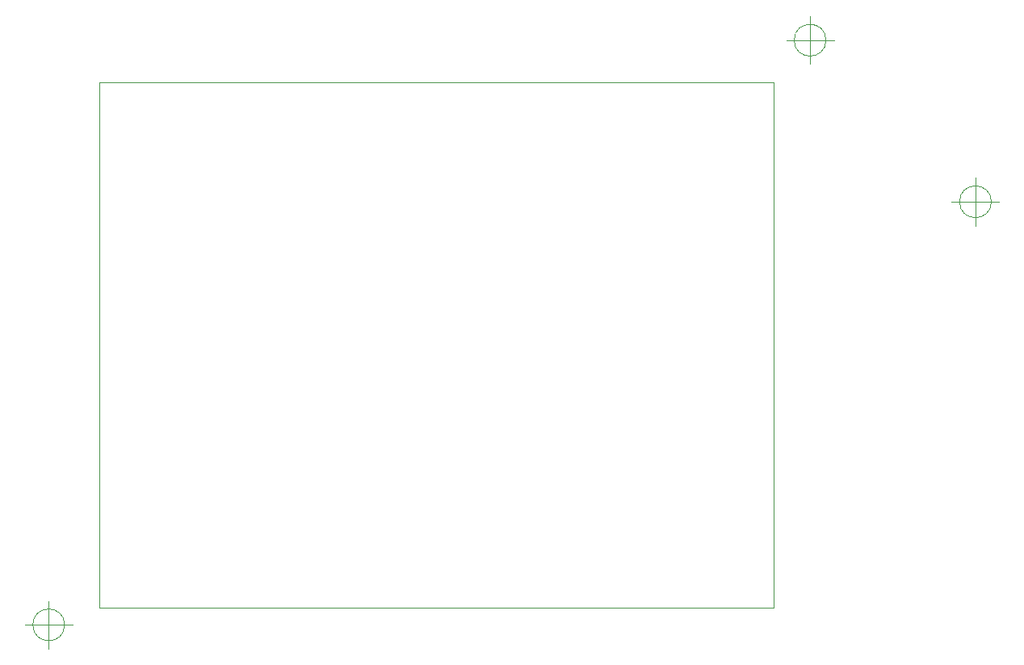
<source format=gbr>
G04 #@! TF.FileFunction,Profile,NP*
%FSLAX46Y46*%
G04 Gerber Fmt 4.6, Leading zero omitted, Abs format (unit mm)*
G04 Created by KiCad (PCBNEW (2014-12-08 BZR 5317)-product) date mar. 23 déc. 2014 09:04:43 CET*
%MOMM*%
G01*
G04 APERTURE LIST*
%ADD10C,0.100000*%
G04 APERTURE END LIST*
D10*
X188991666Y-70231000D02*
G75*
G03X188991666Y-70231000I-1666666J0D01*
G01*
X184825000Y-70231000D02*
X189825000Y-70231000D01*
X187325000Y-67731000D02*
X187325000Y-72731000D01*
X171656166Y-53276500D02*
G75*
G03X171656166Y-53276500I-1666666J0D01*
G01*
X167489500Y-53276500D02*
X172489500Y-53276500D01*
X169989500Y-50776500D02*
X169989500Y-55776500D01*
X91836666Y-114617500D02*
G75*
G03X91836666Y-114617500I-1666666J0D01*
G01*
X87670000Y-114617500D02*
X92670000Y-114617500D01*
X90170000Y-112117500D02*
X90170000Y-117117500D01*
X95440500Y-112776000D02*
X95440500Y-57658000D01*
X166179500Y-112776000D02*
X95440500Y-112776000D01*
X166179500Y-57658000D02*
X166179500Y-112776000D01*
X95440500Y-57658000D02*
X166179500Y-57658000D01*
X166014400Y-57658000D02*
X166027100Y-57658000D01*
M02*

</source>
